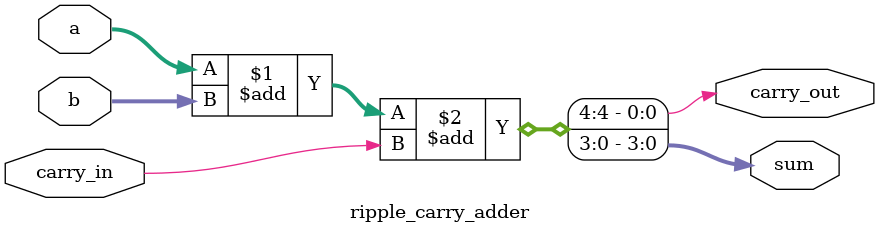
<source format=v>
module ripple_carry_adder(
    output [3:0] sum,
    output carry_out,
    input [3:0] a,
    input [3:0] b,
    input carry_in
);
    assign {carry_out, sum} = a + b + carry_in;
endmodule

</source>
